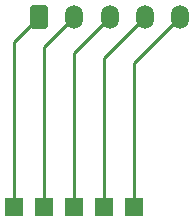
<source format=gtl>
G04 #@! TF.GenerationSoftware,KiCad,Pcbnew,7.0.6*
G04 #@! TF.CreationDate,2023-11-06T13:05:05-08:00*
G04 #@! TF.ProjectId,PFLOW_mounting_board,50464c4f-575f-46d6-9f75-6e74696e675f,rev?*
G04 #@! TF.SameCoordinates,Original*
G04 #@! TF.FileFunction,Copper,L1,Top*
G04 #@! TF.FilePolarity,Positive*
%FSLAX46Y46*%
G04 Gerber Fmt 4.6, Leading zero omitted, Abs format (unit mm)*
G04 Created by KiCad (PCBNEW 7.0.6) date 2023-11-06 13:05:05*
%MOMM*%
%LPD*%
G01*
G04 APERTURE LIST*
G04 Aperture macros list*
%AMRoundRect*
0 Rectangle with rounded corners*
0 $1 Rounding radius*
0 $2 $3 $4 $5 $6 $7 $8 $9 X,Y pos of 4 corners*
0 Add a 4 corners polygon primitive as box body*
4,1,4,$2,$3,$4,$5,$6,$7,$8,$9,$2,$3,0*
0 Add four circle primitives for the rounded corners*
1,1,$1+$1,$2,$3*
1,1,$1+$1,$4,$5*
1,1,$1+$1,$6,$7*
1,1,$1+$1,$8,$9*
0 Add four rect primitives between the rounded corners*
20,1,$1+$1,$2,$3,$4,$5,0*
20,1,$1+$1,$4,$5,$6,$7,0*
20,1,$1+$1,$6,$7,$8,$9,0*
20,1,$1+$1,$8,$9,$2,$3,0*%
G04 Aperture macros list end*
G04 #@! TA.AperFunction,ComponentPad*
%ADD10R,1.524000X1.524000*%
G04 #@! TD*
G04 #@! TA.AperFunction,ComponentPad*
%ADD11RoundRect,0.250001X-0.499999X-0.759999X0.499999X-0.759999X0.499999X0.759999X-0.499999X0.759999X0*%
G04 #@! TD*
G04 #@! TA.AperFunction,ComponentPad*
%ADD12O,1.500000X2.020000*%
G04 #@! TD*
G04 #@! TA.AperFunction,Conductor*
%ADD13C,0.250000*%
G04 #@! TD*
G04 APERTURE END LIST*
D10*
X123440000Y-106700000D03*
X125980000Y-106700000D03*
X128520000Y-106700000D03*
X131060000Y-106700000D03*
X133600000Y-106700000D03*
D11*
X125568000Y-90604000D03*
D12*
X128568000Y-90604000D03*
X131568000Y-90604000D03*
X134568000Y-90604000D03*
X137568000Y-90604000D03*
D13*
X133600000Y-94572000D02*
X137568000Y-90604000D01*
X133600000Y-106700000D02*
X133600000Y-94572000D01*
X131060000Y-94112000D02*
X134568000Y-90604000D01*
X131060000Y-106700000D02*
X131060000Y-94112000D01*
X128520000Y-93652000D02*
X131568000Y-90604000D01*
X128520000Y-106700000D02*
X128520000Y-93652000D01*
X125980000Y-93192000D02*
X128568000Y-90604000D01*
X125980000Y-106700000D02*
X125980000Y-93192000D01*
X123440000Y-92732000D02*
X125568000Y-90604000D01*
X123440000Y-106700000D02*
X123440000Y-92732000D01*
M02*

</source>
